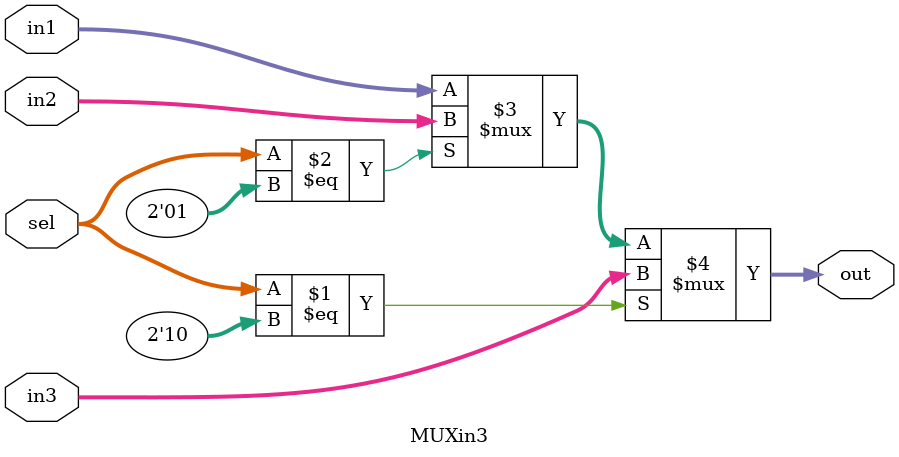
<source format=sv>
`timescale 1 us/ 1 us
module MUXin3(input [31:0]in1,in2,in3,input [1:0]sel,output [31:0]out);
    assign out=(sel==2)?in3:((sel==1)?in2:in1);
endmodule

</source>
